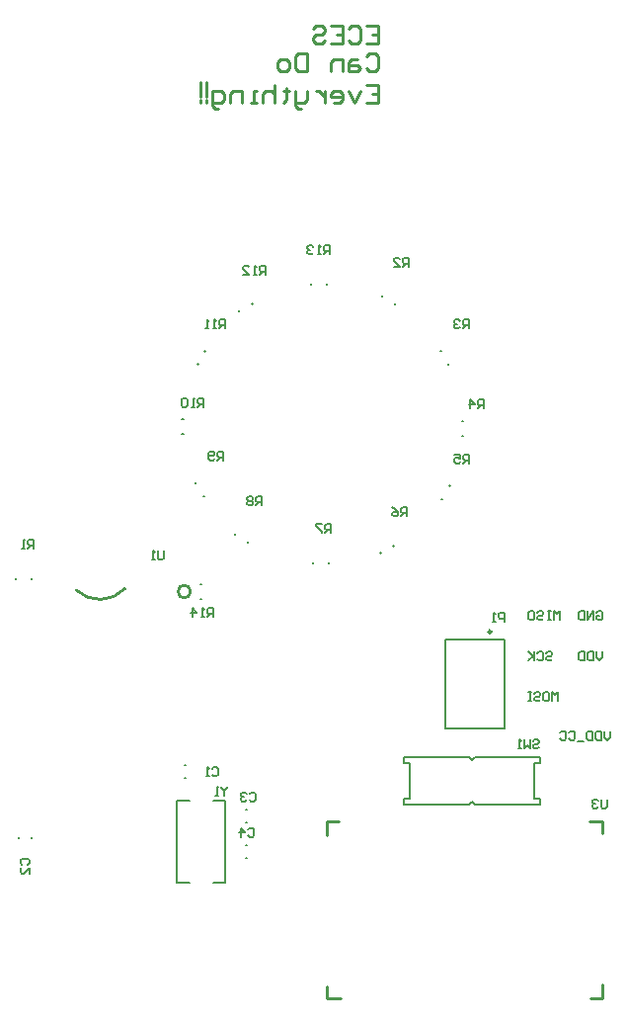
<source format=gbo>
G04*
G04 #@! TF.GenerationSoftware,Altium Limited,Altium Designer,20.1.12 (249)*
G04*
G04 Layer_Color=32896*
%FSLAX24Y24*%
%MOIN*%
G70*
G04*
G04 #@! TF.SameCoordinates,C2A8BCA2-F393-4655-900F-186C9399D15C*
G04*
G04*
G04 #@! TF.FilePolarity,Positive*
G04*
G01*
G75*
%ADD10C,0.0100*%
%ADD12C,0.0079*%
%ADD13C,0.0060*%
%ADD62C,0.0098*%
%ADD63C,0.0050*%
D10*
X2330Y14400D02*
G03*
X3980Y14450I800J850D01*
G01*
X6192Y14350D02*
G03*
X6192Y14350I-212J0D01*
G01*
X20110Y640D02*
Y1090D01*
X19710Y640D02*
X20110D01*
X10810D02*
X11260D01*
X10810D02*
Y1040D01*
X19660Y6590D02*
X20110D01*
Y6190D02*
Y6590D01*
X10810D02*
X11210D01*
X10810Y6140D02*
Y6590D01*
X12120Y33449D02*
X12520D01*
Y32849D01*
X12120D01*
X12520Y33149D02*
X12320D01*
X11520Y33349D02*
X11620Y33449D01*
X11820D01*
X11920Y33349D01*
Y32949D01*
X11820Y32849D01*
X11620D01*
X11520Y32949D01*
X10921Y33449D02*
X11320D01*
Y32849D01*
X10921D01*
X11320Y33149D02*
X11120D01*
X10321Y33349D02*
X10421Y33449D01*
X10621D01*
X10721Y33349D01*
Y33249D01*
X10621Y33149D01*
X10421D01*
X10321Y33049D01*
Y32949D01*
X10421Y32849D01*
X10621D01*
X10721Y32949D01*
X12120Y32390D02*
X12220Y32489D01*
X12420D01*
X12520Y32390D01*
Y31990D01*
X12420Y31890D01*
X12220D01*
X12120Y31990D01*
X11820Y32290D02*
X11620D01*
X11520Y32190D01*
Y31890D01*
X11820D01*
X11920Y31990D01*
X11820Y32090D01*
X11520D01*
X11320Y31890D02*
Y32290D01*
X11020D01*
X10921Y32190D01*
Y31890D01*
X10121Y32489D02*
Y31890D01*
X9821D01*
X9721Y31990D01*
Y32390D01*
X9821Y32489D01*
X10121D01*
X9421Y31890D02*
X9221D01*
X9121Y31990D01*
Y32190D01*
X9221Y32290D01*
X9421D01*
X9521Y32190D01*
Y31990D01*
X9421Y31890D01*
X12120Y31430D02*
X12520D01*
Y30830D01*
X12120D01*
X12520Y31130D02*
X12320D01*
X11920Y31230D02*
X11720Y30830D01*
X11520Y31230D01*
X11020Y30830D02*
X11220D01*
X11320Y30930D01*
Y31130D01*
X11220Y31230D01*
X11020D01*
X10921Y31130D01*
Y31030D01*
X11320D01*
X10721Y31230D02*
Y30830D01*
Y31030D01*
X10621Y31130D01*
X10521Y31230D01*
X10421D01*
X10121D02*
Y30930D01*
X10021Y30830D01*
X9721D01*
Y30730D01*
X9821Y30630D01*
X9921D01*
X9721Y30830D02*
Y31230D01*
X9421Y31330D02*
Y31230D01*
X9521D01*
X9321D01*
X9421D01*
Y30930D01*
X9321Y30830D01*
X9021Y31430D02*
Y30830D01*
Y31130D01*
X8921Y31230D01*
X8721D01*
X8621Y31130D01*
Y30830D01*
X8421D02*
X8221D01*
X8321D01*
Y31230D01*
X8421D01*
X7921Y30830D02*
Y31230D01*
X7622D01*
X7522Y31130D01*
Y30830D01*
X7122Y30630D02*
X7022D01*
X6922Y30730D01*
Y31230D01*
X7222D01*
X7322Y31130D01*
Y30930D01*
X7222Y30830D01*
X6922D01*
X6722Y31030D02*
Y31530D01*
Y30930D02*
Y30830D01*
X6522Y31030D02*
Y31530D01*
Y30930D02*
Y30830D01*
D12*
X6530Y14606D02*
X6570D01*
X6530Y14094D02*
X6570D01*
X816Y14770D02*
Y14810D01*
X304Y14770D02*
Y14810D01*
X12659Y24301D02*
X12678Y24335D01*
X13102Y24045D02*
X13121Y24079D01*
X14635Y22452D02*
X14669Y22471D01*
X14891Y22009D02*
X14925Y22028D01*
X15360Y20106D02*
X15400D01*
X15360Y19594D02*
X15400D01*
X14911Y17921D02*
X14945Y17902D01*
X14655Y17478D02*
X14689Y17459D01*
X13042Y15915D02*
X13061Y15881D01*
X12599Y15659D02*
X12618Y15625D01*
X10846Y15290D02*
Y15330D01*
X10334Y15290D02*
Y15330D01*
X8142Y15995D02*
X8161Y16029D01*
X7699Y16251D02*
X7718Y16285D01*
X6611Y17559D02*
X6645Y17578D01*
X6355Y18002D02*
X6389Y18021D01*
X5910Y19654D02*
X5950D01*
X5910Y20166D02*
X5950D01*
X5995Y8516D02*
X6035D01*
X5995Y8064D02*
X6035D01*
X836Y6030D02*
Y6070D01*
X384Y6030D02*
Y6070D01*
X8050Y7016D02*
X8090D01*
X8050Y6564D02*
X8090D01*
X8050Y5816D02*
X8090D01*
X8050Y5364D02*
X8090D01*
X6415Y22018D02*
X6449Y21999D01*
X6671Y22461D02*
X6705Y22442D01*
X7819Y23819D02*
X7838Y23785D01*
X8262Y24075D02*
X8281Y24041D01*
X10274Y24690D02*
Y24730D01*
X10786Y24690D02*
Y24730D01*
X16800Y9740D02*
Y12740D01*
X14800Y9740D02*
X16800D01*
X14800D02*
Y12740D01*
X16800D01*
D13*
X20110Y12330D02*
Y12130D01*
X20010Y12030D01*
X19910Y12130D01*
Y12330D01*
X19810D02*
Y12030D01*
X19660D01*
X19610Y12080D01*
Y12280D01*
X19660Y12330D01*
X19810D01*
X19510D02*
Y12030D01*
X19360D01*
X19310Y12080D01*
Y12280D01*
X19360Y12330D01*
X19510D01*
X20370Y9635D02*
Y9435D01*
X20270Y9335D01*
X20170Y9435D01*
Y9635D01*
X20070D02*
Y9335D01*
X19920D01*
X19870Y9385D01*
Y9585D01*
X19920Y9635D01*
X20070D01*
X19770D02*
Y9335D01*
X19620D01*
X19570Y9385D01*
Y9585D01*
X19620Y9635D01*
X19770D01*
X19470Y9285D02*
X19270D01*
X18970Y9585D02*
X19020Y9635D01*
X19120D01*
X19170Y9585D01*
Y9385D01*
X19120Y9335D01*
X19020D01*
X18970Y9385D01*
X18670Y9585D02*
X18720Y9635D01*
X18820D01*
X18870Y9585D01*
Y9385D01*
X18820Y9335D01*
X18720D01*
X18670Y9385D01*
X18200Y12280D02*
X18250Y12330D01*
X18350D01*
X18400Y12280D01*
Y12230D01*
X18350Y12180D01*
X18250D01*
X18200Y12130D01*
Y12080D01*
X18250Y12030D01*
X18350D01*
X18400Y12080D01*
X17900Y12280D02*
X17950Y12330D01*
X18050D01*
X18100Y12280D01*
Y12080D01*
X18050Y12030D01*
X17950D01*
X17900Y12080D01*
X17800Y12330D02*
Y12030D01*
Y12130D01*
X17600Y12330D01*
X17750Y12180D01*
X17600Y12030D01*
X18600Y10660D02*
Y10960D01*
X18500Y10860D01*
X18400Y10960D01*
Y10660D01*
X18150Y10960D02*
X18250D01*
X18300Y10910D01*
Y10710D01*
X18250Y10660D01*
X18150D01*
X18100Y10710D01*
Y10910D01*
X18150Y10960D01*
X17800Y10910D02*
X17850Y10960D01*
X17950D01*
X18000Y10910D01*
Y10860D01*
X17950Y10810D01*
X17850D01*
X17800Y10760D01*
Y10710D01*
X17850Y10660D01*
X17950D01*
X18000Y10710D01*
X17700Y10960D02*
X17600D01*
X17650D01*
Y10660D01*
X17700D01*
X17600D01*
X18650Y13400D02*
Y13700D01*
X18550Y13600D01*
X18450Y13700D01*
Y13400D01*
X18350Y13700D02*
X18250D01*
X18300D01*
Y13400D01*
X18350D01*
X18250D01*
X17900Y13650D02*
X17950Y13700D01*
X18050D01*
X18100Y13650D01*
Y13600D01*
X18050Y13550D01*
X17950D01*
X17900Y13500D01*
Y13450D01*
X17950Y13400D01*
X18050D01*
X18100Y13450D01*
X17650Y13700D02*
X17750D01*
X17800Y13650D01*
Y13450D01*
X17750Y13400D01*
X17650D01*
X17600Y13450D01*
Y13650D01*
X17650Y13700D01*
X19910Y13650D02*
X19960Y13700D01*
X20060D01*
X20110Y13650D01*
Y13450D01*
X20060Y13400D01*
X19960D01*
X19910Y13450D01*
Y13550D01*
X20010D01*
X19810Y13400D02*
Y13700D01*
X19610Y13400D01*
Y13700D01*
X19510D02*
Y13400D01*
X19360D01*
X19310Y13450D01*
Y13650D01*
X19360Y13700D01*
X19510D01*
X5290Y15720D02*
Y15470D01*
X5240Y15420D01*
X5140D01*
X5090Y15470D01*
Y15720D01*
X4990Y15420D02*
X4890D01*
X4940D01*
Y15720D01*
X4990Y15670D01*
X16790Y13350D02*
Y13650D01*
X16640D01*
X16590Y13600D01*
Y13500D01*
X16640Y13450D01*
X16790D01*
X16490Y13350D02*
X16390D01*
X16440D01*
Y13650D01*
X16490Y13600D01*
X7440Y7780D02*
Y7730D01*
X7340Y7630D01*
X7240Y7730D01*
Y7780D01*
X7340Y7630D02*
Y7480D01*
X7140D02*
X7040D01*
X7090D01*
Y7780D01*
X7140Y7730D01*
X20250Y7350D02*
Y7100D01*
X20200Y7050D01*
X20100D01*
X20050Y7100D01*
Y7350D01*
X19950Y7300D02*
X19900Y7350D01*
X19800D01*
X19750Y7300D01*
Y7250D01*
X19800Y7200D01*
X19850D01*
X19800D01*
X19750Y7150D01*
Y7100D01*
X19800Y7050D01*
X19900D01*
X19950Y7100D01*
X17750Y9310D02*
X17800Y9360D01*
X17900D01*
X17950Y9310D01*
Y9260D01*
X17900Y9210D01*
X17800D01*
X17750Y9160D01*
Y9110D01*
X17800Y9060D01*
X17900D01*
X17950Y9110D01*
X17650Y9360D02*
Y9060D01*
X17550Y9160D01*
X17450Y9060D01*
Y9360D01*
X17350Y9060D02*
X17250D01*
X17300D01*
Y9360D01*
X17350Y9310D01*
X6960Y13490D02*
Y13790D01*
X6810D01*
X6760Y13740D01*
Y13640D01*
X6810Y13590D01*
X6960D01*
X6860D02*
X6760Y13490D01*
X6660D02*
X6560D01*
X6610D01*
Y13790D01*
X6660Y13740D01*
X6260Y13490D02*
Y13790D01*
X6410Y13640D01*
X6210D01*
X10880Y25730D02*
Y26030D01*
X10730D01*
X10680Y25980D01*
Y25880D01*
X10730Y25830D01*
X10880D01*
X10780D02*
X10680Y25730D01*
X10580D02*
X10480D01*
X10530D01*
Y26030D01*
X10580Y25980D01*
X10330D02*
X10280Y26030D01*
X10180D01*
X10130Y25980D01*
Y25930D01*
X10180Y25880D01*
X10230D01*
X10180D01*
X10130Y25830D01*
Y25780D01*
X10180Y25730D01*
X10280D01*
X10330Y25780D01*
X8720Y25050D02*
Y25350D01*
X8570D01*
X8520Y25300D01*
Y25200D01*
X8570Y25150D01*
X8720D01*
X8620D02*
X8520Y25050D01*
X8420D02*
X8320D01*
X8370D01*
Y25350D01*
X8420Y25300D01*
X7970Y25050D02*
X8170D01*
X7970Y25250D01*
Y25300D01*
X8020Y25350D01*
X8120D01*
X8170Y25300D01*
X7360Y23220D02*
Y23520D01*
X7210D01*
X7160Y23470D01*
Y23370D01*
X7210Y23320D01*
X7360D01*
X7260D02*
X7160Y23220D01*
X7060D02*
X6960D01*
X7010D01*
Y23520D01*
X7060Y23470D01*
X6810Y23220D02*
X6710D01*
X6760D01*
Y23520D01*
X6810Y23470D01*
X6630Y20580D02*
Y20880D01*
X6480D01*
X6430Y20830D01*
Y20730D01*
X6480Y20680D01*
X6630D01*
X6530D02*
X6430Y20580D01*
X6330D02*
X6230D01*
X6280D01*
Y20880D01*
X6330Y20830D01*
X6080D02*
X6030Y20880D01*
X5930D01*
X5880Y20830D01*
Y20630D01*
X5930Y20580D01*
X6030D01*
X6080Y20630D01*
Y20830D01*
X7300Y18780D02*
Y19080D01*
X7150D01*
X7100Y19030D01*
Y18930D01*
X7150Y18880D01*
X7300D01*
X7200D02*
X7100Y18780D01*
X7000Y18830D02*
X6950Y18780D01*
X6850D01*
X6800Y18830D01*
Y19030D01*
X6850Y19080D01*
X6950D01*
X7000Y19030D01*
Y18980D01*
X6950Y18930D01*
X6800D01*
X8600Y17260D02*
Y17560D01*
X8450D01*
X8400Y17510D01*
Y17410D01*
X8450Y17360D01*
X8600D01*
X8500D02*
X8400Y17260D01*
X8300Y17510D02*
X8250Y17560D01*
X8150D01*
X8100Y17510D01*
Y17460D01*
X8150Y17410D01*
X8100Y17360D01*
Y17310D01*
X8150Y17260D01*
X8250D01*
X8300Y17310D01*
Y17360D01*
X8250Y17410D01*
X8300Y17460D01*
Y17510D01*
X8250Y17410D02*
X8150D01*
X10940Y16330D02*
Y16630D01*
X10790D01*
X10740Y16580D01*
Y16480D01*
X10790Y16430D01*
X10940D01*
X10840D02*
X10740Y16330D01*
X10640Y16630D02*
X10440D01*
Y16580D01*
X10640Y16380D01*
Y16330D01*
X13500Y16890D02*
Y17190D01*
X13350D01*
X13300Y17140D01*
Y17040D01*
X13350Y16990D01*
X13500D01*
X13400D02*
X13300Y16890D01*
X13000Y17190D02*
X13100Y17140D01*
X13200Y17040D01*
Y16940D01*
X13150Y16890D01*
X13050D01*
X13000Y16940D01*
Y16990D01*
X13050Y17040D01*
X13200D01*
X15600Y18680D02*
Y18980D01*
X15450D01*
X15400Y18930D01*
Y18830D01*
X15450Y18780D01*
X15600D01*
X15500D02*
X15400Y18680D01*
X15100Y18980D02*
X15300D01*
Y18830D01*
X15200Y18880D01*
X15150D01*
X15100Y18830D01*
Y18730D01*
X15150Y18680D01*
X15250D01*
X15300Y18730D01*
X16080Y20520D02*
Y20820D01*
X15930D01*
X15880Y20770D01*
Y20670D01*
X15930Y20620D01*
X16080D01*
X15980D02*
X15880Y20520D01*
X15630D02*
Y20820D01*
X15780Y20670D01*
X15580D01*
X15580Y23230D02*
Y23530D01*
X15430D01*
X15380Y23480D01*
Y23380D01*
X15430Y23330D01*
X15580D01*
X15480D02*
X15380Y23230D01*
X15280Y23480D02*
X15230Y23530D01*
X15130D01*
X15080Y23480D01*
Y23430D01*
X15130Y23380D01*
X15180D01*
X15130D01*
X15080Y23330D01*
Y23280D01*
X15130Y23230D01*
X15230D01*
X15280Y23280D01*
X13560Y25310D02*
Y25610D01*
X13410D01*
X13360Y25560D01*
Y25460D01*
X13410Y25410D01*
X13560D01*
X13460D02*
X13360Y25310D01*
X13060D02*
X13260D01*
X13060Y25510D01*
Y25560D01*
X13110Y25610D01*
X13210D01*
X13260Y25560D01*
X910Y15810D02*
Y16110D01*
X760D01*
X710Y16060D01*
Y15960D01*
X760Y15910D01*
X910D01*
X810D02*
X710Y15810D01*
X610D02*
X510D01*
X560D01*
Y16110D01*
X610Y16060D01*
X8130Y6330D02*
X8180Y6380D01*
X8280D01*
X8330Y6330D01*
Y6130D01*
X8280Y6080D01*
X8180D01*
X8130Y6130D01*
X7880Y6080D02*
Y6380D01*
X8030Y6230D01*
X7830D01*
X8180Y7520D02*
X8230Y7570D01*
X8330D01*
X8380Y7520D01*
Y7320D01*
X8330Y7270D01*
X8230D01*
X8180Y7320D01*
X8080Y7520D02*
X8030Y7570D01*
X7930D01*
X7880Y7520D01*
Y7470D01*
X7930Y7420D01*
X7980D01*
X7930D01*
X7880Y7370D01*
Y7320D01*
X7930Y7270D01*
X8030D01*
X8080Y7320D01*
X500Y5140D02*
X450Y5190D01*
Y5290D01*
X500Y5340D01*
X700D01*
X750Y5290D01*
Y5190D01*
X700Y5140D01*
X750Y4840D02*
Y5040D01*
X550Y4840D01*
X500D01*
X450Y4890D01*
Y4990D01*
X500Y5040D01*
X6925Y8380D02*
X6975Y8430D01*
X7075D01*
X7125Y8380D01*
Y8180D01*
X7075Y8130D01*
X6975D01*
X6925Y8180D01*
X6825Y8130D02*
X6725D01*
X6775D01*
Y8430D01*
X6825Y8380D01*
D62*
X16349Y12996D02*
G03*
X16349Y12996I-49J0D01*
G01*
D63*
X13390Y7170D02*
X15590D01*
X15690Y7270D01*
X15790Y7170D01*
X17990D01*
Y7370D01*
X17790D02*
X17990D01*
X17790D02*
Y8570D01*
X17990D01*
Y8770D01*
X15790D02*
X17990D01*
X15690Y8670D02*
X15790Y8770D01*
X15590D02*
X15690Y8670D01*
X13390Y8770D02*
X15590D01*
X13390Y8570D02*
Y8770D01*
Y8570D02*
X13590D01*
Y7370D02*
Y8570D01*
X13390Y7370D02*
X13590D01*
X13390Y7170D02*
Y7370D01*
X6948Y4532D02*
X7357D01*
Y7288D01*
X6948D02*
X7357D01*
X5743D02*
X6152D01*
X5743Y4532D02*
Y7288D01*
Y4532D02*
X6152D01*
M02*

</source>
